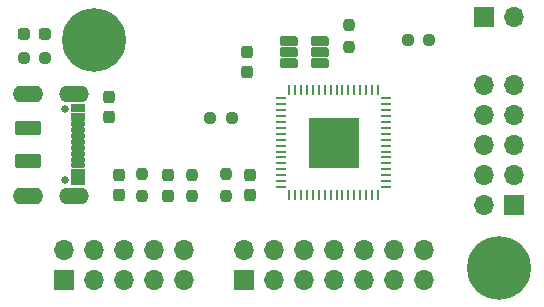
<source format=gbr>
%TF.GenerationSoftware,KiCad,Pcbnew,7.0.6*%
%TF.CreationDate,2023-11-02T18:38:28-04:00*%
%TF.ProjectId,FT2232_Board,46543232-3332-45f4-926f-6172642e6b69,rev?*%
%TF.SameCoordinates,Original*%
%TF.FileFunction,Soldermask,Top*%
%TF.FilePolarity,Negative*%
%FSLAX46Y46*%
G04 Gerber Fmt 4.6, Leading zero omitted, Abs format (unit mm)*
G04 Created by KiCad (PCBNEW 7.0.6) date 2023-11-02 18:38:28*
%MOMM*%
%LPD*%
G01*
G04 APERTURE LIST*
G04 Aperture macros list*
%AMRoundRect*
0 Rectangle with rounded corners*
0 $1 Rounding radius*
0 $2 $3 $4 $5 $6 $7 $8 $9 X,Y pos of 4 corners*
0 Add a 4 corners polygon primitive as box body*
4,1,4,$2,$3,$4,$5,$6,$7,$8,$9,$2,$3,0*
0 Add four circle primitives for the rounded corners*
1,1,$1+$1,$2,$3*
1,1,$1+$1,$4,$5*
1,1,$1+$1,$6,$7*
1,1,$1+$1,$8,$9*
0 Add four rect primitives between the rounded corners*
20,1,$1+$1,$2,$3,$4,$5,0*
20,1,$1+$1,$4,$5,$6,$7,0*
20,1,$1+$1,$6,$7,$8,$9,0*
20,1,$1+$1,$8,$9,$2,$3,0*%
G04 Aperture macros list end*
%ADD10C,0.630000*%
%ADD11C,0.600000*%
%ADD12RoundRect,0.102000X-0.500000X0.260000X-0.500000X-0.260000X0.500000X-0.260000X0.500000X0.260000X0*%
%ADD13RoundRect,0.102000X-0.500000X0.135000X-0.500000X-0.135000X0.500000X-0.135000X0.500000X0.135000X0*%
%ADD14RoundRect,0.102000X-1.000000X0.500000X-1.000000X-0.500000X1.000000X-0.500000X1.000000X0.500000X0*%
%ADD15O,2.520000X1.362000*%
%ADD16O,2.604000X1.404000*%
%ADD17C,0.800000*%
%ADD18C,5.400000*%
%ADD19RoundRect,0.102000X0.635000X0.279400X-0.635000X0.279400X-0.635000X-0.279400X0.635000X-0.279400X0*%
%ADD20RoundRect,0.062500X-0.337500X-0.062500X0.337500X-0.062500X0.337500X0.062500X-0.337500X0.062500X0*%
%ADD21RoundRect,0.062500X-0.062500X-0.337500X0.062500X-0.337500X0.062500X0.337500X-0.062500X0.337500X0*%
%ADD22R,4.350000X4.350000*%
%ADD23RoundRect,0.237500X-0.250000X-0.237500X0.250000X-0.237500X0.250000X0.237500X-0.250000X0.237500X0*%
%ADD24RoundRect,0.237500X0.250000X0.237500X-0.250000X0.237500X-0.250000X-0.237500X0.250000X-0.237500X0*%
%ADD25RoundRect,0.237500X0.237500X-0.250000X0.237500X0.250000X-0.237500X0.250000X-0.237500X-0.250000X0*%
%ADD26RoundRect,0.237500X-0.237500X0.250000X-0.237500X-0.250000X0.237500X-0.250000X0.237500X0.250000X0*%
%ADD27R,1.700000X1.700000*%
%ADD28O,1.700000X1.700000*%
%ADD29RoundRect,0.237500X-0.287500X-0.237500X0.287500X-0.237500X0.287500X0.237500X-0.287500X0.237500X0*%
%ADD30RoundRect,0.237500X0.237500X-0.287500X0.237500X0.287500X-0.237500X0.287500X-0.237500X-0.287500X0*%
%ADD31RoundRect,0.237500X0.237500X-0.300000X0.237500X0.300000X-0.237500X0.300000X-0.237500X-0.300000X0*%
%ADD32RoundRect,0.237500X-0.237500X0.300000X-0.237500X-0.300000X0.237500X-0.300000X0.237500X0.300000X0*%
G04 APERTURE END LIST*
D10*
%TO.C,J1*%
X111798500Y-84628000D03*
D11*
X111798500Y-90628000D03*
D10*
X111798500Y-90628000D03*
D12*
X112898500Y-84528000D03*
X112898500Y-85278000D03*
D13*
X112898500Y-85878000D03*
X112898500Y-86378000D03*
X112898500Y-86878000D03*
X112898500Y-87378000D03*
X112898500Y-87878000D03*
X112898500Y-88378000D03*
X112898500Y-88878000D03*
X112898500Y-89378000D03*
D12*
X112898500Y-89978000D03*
X112898500Y-90728000D03*
D14*
X108698500Y-86228000D03*
X108698500Y-89028000D03*
D15*
X112523500Y-83308000D03*
X112523500Y-91948000D03*
D16*
X108698500Y-83308000D03*
X108698500Y-91948000D03*
%TD*%
D17*
%TO.C,H2*%
X147107309Y-99475891D03*
D18*
X148539200Y-98044000D03*
D17*
X148539200Y-100069000D03*
X149971091Y-96612109D03*
X146514200Y-98044000D03*
X148539200Y-96019000D03*
X150564200Y-98044000D03*
X149971091Y-99475891D03*
X147107309Y-96612109D03*
%TD*%
%TO.C,H1*%
X112868109Y-80171891D03*
D18*
X114300000Y-78740000D03*
D17*
X114300000Y-80765000D03*
X115731891Y-77308109D03*
X112275000Y-78740000D03*
X114300000Y-76715000D03*
X116325000Y-78740000D03*
X115731891Y-80171891D03*
X112868109Y-77308109D03*
%TD*%
D19*
%TO.C,U1*%
X133375400Y-80721200D03*
X133375400Y-79781400D03*
X133375400Y-78841600D03*
X130784600Y-78841600D03*
X130784600Y-79781400D03*
X130784600Y-80721200D03*
%TD*%
D20*
%TO.C,U2*%
X130096000Y-83700000D03*
X130096000Y-84200000D03*
X130096000Y-84700000D03*
X130096000Y-85200000D03*
X130096000Y-85700000D03*
X130096000Y-86200000D03*
X130096000Y-86700000D03*
X130096000Y-87200000D03*
X130096000Y-87700000D03*
X130096000Y-88200000D03*
X130096000Y-88700000D03*
X130096000Y-89200000D03*
X130096000Y-89700000D03*
X130096000Y-90200000D03*
X130096000Y-90700000D03*
X130096000Y-91200000D03*
D21*
X130796000Y-91900000D03*
X131296000Y-91900000D03*
X131796000Y-91900000D03*
X132296000Y-91900000D03*
X132796000Y-91900000D03*
X133296000Y-91900000D03*
X133796000Y-91900000D03*
X134296000Y-91900000D03*
X134796000Y-91900000D03*
X135296000Y-91900000D03*
X135796000Y-91900000D03*
X136296000Y-91900000D03*
X136796000Y-91900000D03*
X137296000Y-91900000D03*
X137796000Y-91900000D03*
X138296000Y-91900000D03*
D20*
X138996000Y-91200000D03*
X138996000Y-90700000D03*
X138996000Y-90200000D03*
X138996000Y-89700000D03*
X138996000Y-89200000D03*
X138996000Y-88700000D03*
X138996000Y-88200000D03*
X138996000Y-87700000D03*
X138996000Y-87200000D03*
X138996000Y-86700000D03*
X138996000Y-86200000D03*
X138996000Y-85700000D03*
X138996000Y-85200000D03*
X138996000Y-84700000D03*
X138996000Y-84200000D03*
X138996000Y-83700000D03*
D21*
X138296000Y-83000000D03*
X137796000Y-83000000D03*
X137296000Y-83000000D03*
X136796000Y-83000000D03*
X136296000Y-83000000D03*
X135796000Y-83000000D03*
X135296000Y-83000000D03*
X134796000Y-83000000D03*
X134296000Y-83000000D03*
X133796000Y-83000000D03*
X133296000Y-83000000D03*
X132796000Y-83000000D03*
X132296000Y-83000000D03*
X131796000Y-83000000D03*
X131296000Y-83000000D03*
X130796000Y-83000000D03*
D22*
X134546000Y-87450000D03*
%TD*%
D23*
%TO.C,R1*%
X108307500Y-80264000D03*
X110132500Y-80264000D03*
%TD*%
D24*
%TO.C,R7*%
X142644500Y-78740000D03*
X140819500Y-78740000D03*
%TD*%
D25*
%TO.C,R4*%
X122555000Y-90146500D03*
X122555000Y-91971500D03*
%TD*%
%TO.C,R5*%
X118364000Y-91948000D03*
X118364000Y-90123000D03*
%TD*%
D26*
%TO.C,R2*%
X135890000Y-79347700D03*
X135890000Y-77522700D03*
%TD*%
D24*
%TO.C,R3*%
X125931300Y-85344000D03*
X124106300Y-85344000D03*
%TD*%
D26*
%TO.C,R6*%
X125476000Y-90123000D03*
X125476000Y-91948000D03*
%TD*%
D27*
%TO.C,J4*%
X147315000Y-76835000D03*
D28*
X149855000Y-76835000D03*
%TD*%
D27*
%TO.C,J3*%
X127000000Y-99060000D03*
D28*
X127000000Y-96520000D03*
X129540000Y-99060000D03*
X129540000Y-96520000D03*
X132080000Y-99060000D03*
X132080000Y-96520000D03*
X134620000Y-99060000D03*
X134620000Y-96520000D03*
X137160000Y-99060000D03*
X137160000Y-96520000D03*
X139700000Y-99060000D03*
X139700000Y-96520000D03*
X142240000Y-99060000D03*
X142240000Y-96520000D03*
%TD*%
D27*
%TO.C,J5*%
X149860000Y-92710000D03*
D28*
X147320000Y-92710000D03*
X149860000Y-90170000D03*
X147320000Y-90170000D03*
X149860000Y-87630000D03*
X147320000Y-87630000D03*
X149860000Y-85090000D03*
X147320000Y-85090000D03*
X149860000Y-82550000D03*
X147320000Y-82550000D03*
%TD*%
D27*
%TO.C,J2*%
X111760000Y-99060000D03*
D28*
X111760000Y-96520000D03*
X114300000Y-99060000D03*
X114300000Y-96520000D03*
X116840000Y-99060000D03*
X116840000Y-96520000D03*
X119380000Y-99060000D03*
X119380000Y-96520000D03*
X121920000Y-99060000D03*
X121920000Y-96520000D03*
%TD*%
D29*
%TO.C,D1*%
X110095000Y-78232000D03*
X108345000Y-78232000D03*
%TD*%
D30*
%TO.C,D2*%
X120555000Y-90184000D03*
X120555000Y-91934000D03*
%TD*%
%TO.C,D3*%
X116364000Y-91910500D03*
X116364000Y-90160500D03*
%TD*%
D31*
%TO.C,C1*%
X115570000Y-83592500D03*
X115570000Y-85317500D03*
%TD*%
%TO.C,C2*%
X127203200Y-79756000D03*
X127203200Y-81481000D03*
%TD*%
D32*
%TO.C,C3*%
X127508000Y-91898000D03*
X127508000Y-90173000D03*
%TD*%
M02*

</source>
